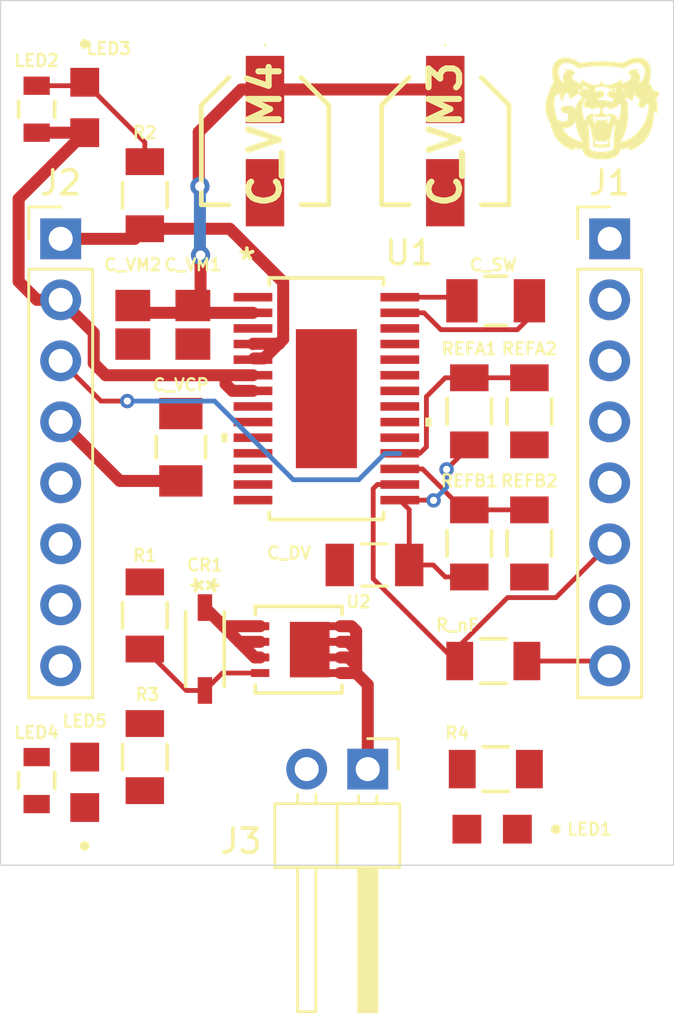
<source format=kicad_pcb>
(kicad_pcb (version 20240108) (generator "pcbnew") (generator_version "8.0")
  (layers (0 "F.Cu" signal) (31 "B.Cu" signal) (34 "B.Paste" user) (35 "F.Paste" user) (36 "B.SilkS" user "B.Silkscreen") (37 "F.SilkS" user "F.Silkscreen") (38 "B.Mask" user) (39 "F.Mask" user) (44 "Edge.Cuts" user))
  (net 0 "")
  (net 1 "VM")
  (net 2 "Net-(U2-G)")
  (net 3 "GND")
  (net 4 "DVDD")
  (net 5 "Net-(U1-CPL)")
  (net 6 "Net-(U1-CPH)")
  (net 7 "Net-(U1-VCP)")
  (net 8 "NSLEEP")
  (net 9 "BPH")
  (net 10 "NFAULT")
  (net 11 "+3V3")
  (net 12 "APH")
  (net 13 "AEN")
  (net 14 "BEN")
  (net 15 "AOUT1")
  (net 16 "AOUT2")
  (net 17 "BOUT1")
  (net 18 "VREFB")
  (net 19 "BOUT2")
  (net 20 "VREFA")
  (net 21 "VIN")
  (net 22 "Net-(LED1-Pad1)")
  (net 23 "Net-(LED2-Pad2)")
  (net 24 "Net-(LED4-Pad2)")
  (footprint "APHCM2012SURCK_F01:LED_APHCM2012SURCK-F01" (layer "F.Cu") (at 53.5 82.55 90)
    (property "Reference" "LED5" (at 2.55 0 180) (layer "F.SilkS") (effects (font (size 0.5 0.5) (thickness 0.1) (bold yes))))
    (property "Value" "RED")
    (pad "1" smd rect (at -1.05 0 90) (size 1.2 1.2) (layers "F.Cu" "F.Paste" "F.Mask") (net 24 "Net-(LED4-Pad2)"))
    (pad "2" smd rect (at 1.05 0 90) (size 1.2 1.2) (layers "F.Cu" "F.Paste" "F.Mask") (net 19 "BOUT2"))
  )
  (footprint "APHCM2012CGCK_F01:LED_APHCM2012CGCK-F01_KNB" (layer "F.Cu") (at 51.5 54.5221 90)
    (property "Reference" "LED2" (at 2.0221 0 0) (layer "F.SilkS") (effects (font (size 0.5 0.5) (thickness 0.1) (bold yes))))
    (property "Value" "GRN")
    (pad "1" smd rect (at -0.9779 0 90) (size 0.762 1.0922) (layers "F.Cu" "F.Paste" "F.Mask") (net 16 "AOUT2"))
    (pad "2" smd rect (at 0.9779 0 90) (size 0.762 1.0922) (layers "F.Cu" "F.Paste" "F.Mask") (net 23 "Net-(LED2-Pad2)"))
  )
  (footprint "RC1206FR_0716KL:RC1206N_YAG" (layer "F.Cu") (at 72 67.103 -90)
    (property "Reference" "REFA2" (at -2.603 0 0) (layer "F.SilkS") (effects (font (size 0.5 0.5) (thickness 0.1) (bold yes))))
    (property "Value" "16k")
    (pad "1" smd rect (at -1.397 0 270) (size 1.1176 1.6002) (layers "F.Cu" "F.Paste" "F.Mask") (net 20 "VREFA"))
    (pad "2" smd rect (at 1.397 0 270) (size 1.1176 1.6002) (layers "F.Cu" "F.Paste" "F.Mask") (net 3 "GND"))
  )
  (footprint "APHCM2012SURCK_F01:LED_APHCM2012SURCK-F01" (layer "F.Cu") (at 53.5 54.45 -90)
    (property "Reference" "LED3" (at -2.45 -1 0) (layer "F.SilkS") (effects (font (size 0.5 0.5) (thickness 0.1) (bold yes))))
    (property "Value" "RED")
    (pad "1" smd rect (at -1.05 0 270) (size 1.2 1.2) (layers "F.Cu" "F.Paste" "F.Mask") (net 23 "Net-(LED2-Pad2)"))
    (pad "2" smd rect (at 1.05 0 270) (size 1.2 1.2) (layers "F.Cu" "F.Paste" "F.Mask") (net 16 "AOUT2"))
  )
  (footprint "Connector_PinHeader_2.54mm:PinHeader_1x08_P2.54mm_Vertical" (layer "F.Cu") (at 75.34 59.92)
    (property "Reference" "J1" (at 0 -2.33 0) (layer "F.SilkS"))
    (property "Value" "Input_01x08")
    (pad "1" thru_hole rect (at 0 0) (size 1.7 1.7) (drill 1) (layers "*.Cu" "*.Mask") (net 8 "NSLEEP"))
    (pad "2" thru_hole oval (at 0 2.54) (size 1.7 1.7) (drill 1) (layers "*.Cu" "*.Mask") (net 13 "AEN"))
    (pad "3" thru_hole oval (at 0 5.08) (size 1.7 1.7) (drill 1) (layers "*.Cu" "*.Mask") (net 12 "APH"))
    (pad "4" thru_hole oval (at 0 7.62) (size 1.7 1.7) (drill 1) (layers "*.Cu" "*.Mask") (net 14 "BEN"))
    (pad "5" thru_hole oval (at 0 10.16) (size 1.7 1.7) (drill 1) (layers "*.Cu" "*.Mask") (net 9 "BPH"))
    (pad "6" thru_hole oval (at 0 12.7) (size 1.7 1.7) (drill 1) (layers "*.Cu" "*.Mask") (net 10 "NFAULT"))
    (pad "7" thru_hole oval (at 0 15.24) (size 1.7 1.7) (drill 1) (layers "*.Cu" "*.Mask") (net 3 "GND"))
    (pad "8" thru_hole oval (at 0 17.78) (size 1.7 1.7) (drill 1) (layers "*.Cu" "*.Mask") (net 11 "+3V3"))
  )
  (footprint "C0805C103K8RACTU:CAPC220145_88N_KEM" (layer "F.Cu") (at 55.5 63.5 -90)
    (property "Reference" "C_VM2" (at -2.5 0 0) (layer "F.SilkS") (effects (font (size 0.5 0.5) (thickness 0.1) (bold yes))))
    (property "Value" "0.01uF" (hide yes))
    (pad "1" smd rect (at -0.802799 0 270) (size 1.305598 1.449997) (layers "F.Cu" "F.Paste" "F.Mask") (net 1 "VM"))
    (pad "2" smd rect (at 0.802799 0 270) (size 1.305598 1.449997) (layers "F.Cu" "F.Paste" "F.Mask") (net 3 "GND"))
  )
  (footprint "C1206C224K4RACTU:CAPC340180_100N_KEM" (layer "F.Cu") (at 57.5 68.5972 -90)
    (property "Reference" "C_VCP" (at -2.597202 0 0) (layer "F.SilkS") (effects (font (size 0.5 0.5) (thickness 0.1) (bold yes))))
    (property "Value" "0.22uF")
    (pad "1" smd rect (at -1.402798 0 270) (size 1.305598 1.799996) (layers "F.Cu" "F.Paste" "F.Mask") (net 7 "Net-(U1-VCP)"))
    (pad "2" smd rect (at 1.402798 0 270) (size 1.305598 1.799996) (layers "F.Cu" "F.Paste" "F.Mask") (net 1 "VM"))
  )
  (footprint "DMP4013LFG_7:SON8_DMP4013LFG-7_DIO" (layer "F.Cu") (at 62.3998 77.025)
    (property "Reference" "U2" (at 2.4972 -1.9934 0) (layer "F.SilkS") (effects (font (size 0.5 0.5) (thickness 0.1) (bold yes))))
    (property "Value" "DMP4013LFG-7")
    (fp_poly (pts (xy 1.28651 -1.1557) (xy 1.28651 1.1557) (xy -0.36449 1.1557) (xy -0.36449 -1.1557)) (fill solid) (layer "F.Cu"))
    (pad "1" smd rect (at -1.6002 -0.974999) (size 0.762 0.3302) (layers "F.Cu" "F.Paste" "F.Mask") (net 1 "VM"))
    (pad "2" smd rect (at -1.6002 -0.325001) (size 0.762 0.3302) (layers "F.Cu" "F.Paste" "F.Mask") (net 1 "VM"))
    (pad "3" smd rect (at -1.6002 0.325001) (size 0.762 0.3302) (layers "F.Cu" "F.Paste" "F.Mask") (net 1 "VM"))
    (pad "4" smd rect (at -1.6002 0.974999) (size 0.762 0.3302) (layers "F.Cu" "F.Paste" "F.Mask") (net 2 "Net-(U2-G)"))
    (pad "5" smd rect (at 1.6002 0.974999) (size 0.762 0.3302) (layers "F.Cu" "F.Paste" "F.Mask") (net 21 "VIN"))
    (pad "6" smd rect (at 1.6002 0.325001) (size 0.762 0.3302) (layers "F.Cu" "F.Paste" "F.Mask") (net 21 "VIN"))
    (pad "7" smd rect (at 1.6002 -0.325001) (size 0.762 0.3302) (layers "F.Cu" "F.Paste" "F.Mask") (net 21 "VIN"))
    (pad "8" smd rect (at 1.6002 -0.974999) (size 0.762 0.3302) (layers "F.Cu" "F.Paste" "F.Mask") (net 21 "VIN"))
  )
  (footprint "RC1206FR_0716KL:RC1206N_YAG" (layer "F.Cu") (at 72 72.603 -90)
    (property "Reference" "REFB2" (at -2.603 0 0) (layer "F.SilkS") (effects (font (size 0.5 0.5) (thickness 0.1) (bold yes))))
    (property "Value" "16k")
    (pad "1" smd rect (at -1.397 0 270) (size 1.1176 1.6002) (layers "F.Cu" "F.Paste" "F.Mask") (net 18 "VREFB"))
    (pad "2" smd rect (at 1.397 0 270) (size 1.1176 1.6002) (layers "F.Cu" "F.Paste" "F.Mask") (net 3 "GND"))
  )
  (footprint "RC1206FR_0710KL:RC1206N_YAG" (layer "F.Cu") (at 70.5 77.5 180)
    (property "Reference" "R_nF" (at 1.5 1.5 0) (layer "F.SilkS") (effects (font (size 0.5 0.5) (thickness 0.1) (bold yes))))
    (property "Value" "10k")
    (pad "1" smd rect (at -1.397 0 180) (size 1.1176 1.6002) (layers "F.Cu" "F.Paste" "F.Mask") (net 11 "+3V3"))
    (pad "2" smd rect (at 1.397 0 180) (size 1.1176 1.6002) (layers "F.Cu" "F.Paste" "F.Mask") (net 10 "NFAULT"))
  )
  (footprint "GRM319R71A105KA01D:CAPC3216X95N" (layer "F.Cu") (at 65.555 73.5 180)
    (property "Reference" "C_DV" (at 3.555 0.5 0) (layer "F.SilkS") (effects (font (size 0.5 0.5) (thickness 0.1) (bold yes))))
    (property "Value" "1uF")
    (pad "1" smd rect (at -1.445 0 180) (size 1.18 1.77) (layers "F.Cu" "F.Paste" "F.Mask") (net 4 "DVDD"))
    (pad "2" smd rect (at 1.445 0 180) (size 1.18 1.77) (layers "F.Cu" "F.Paste" "F.Mask") (net 3 "GND"))
  )
  (footprint "model_lib:bearhead" (layer "F.Cu") (at 75 54.5)
    (property "Reference" "G***" (at 0 0 0) (layer "F.SilkS") (effects (font (size 1.5 1.5) (thickness 0.3))))
    (property "Value" "LOGO" (hide yes))
  )
  (footprint "DRV8424EPWPR:HTSSOP28_PWP_TEX-M" (layer "F.Cu") (at 63.5544 66.5751)
    (property "Reference" "U1" (at 3.44565 -6.075063 0) (layer "F.SilkS"))
    (property "Value" "DRV8424EPWPR")
    (fp_text user "*" (at -3.30835 -5.723509 0) (layer "F.SilkS"))
    (fp_text user "*" (at -3.30835 -5.723509 0) (layer "F.SilkS"))
    (pad "1" smd rect (at -3.05435 -4.224909) (size 1.6129 0.3556) (layers "F.Cu" "F.Paste" "F.Mask") (net 7 "Net-(U1-VCP)"))
    (pad "2" smd rect (at -3.05435 -3.574923) (size 1.6129 0.3556) (layers "F.Cu" "F.Paste" "F.Mask") (net 1 "VM"))
    (pad "3" smd rect (at -3.05435 -2.924937) (size 1.6129 0.3556) (layers "F.Cu" "F.Paste" "F.Mask") (net 3 "GND"))
    (pad "4" smd rect (at -3.05435 -2.274951) (size 1.6129 0.3556) (layers "F.Cu" "F.Paste" "F.Mask") (net 15 "AOUT1"))
    (pad "5" smd rect (at -3.05435 -1.624965) (size 1.6129 0.3556) (layers "F.Cu" "F.Paste" "F.Mask") (net 15 "AOUT1"))
    (pad "6" smd rect (at -3.05435 -0.974979) (size 1.6129 0.3556) (layers "F.Cu" "F.Paste" "F.Mask") (net 16 "AOUT2"))
    (pad "7" smd rect (at -3.05435 -0.324993) (size 1.6129 0.3556) (layers "F.Cu" "F.Paste" "F.Mask") (net 16 "AOUT2"))
    (pad "8" smd rect (at -3.05435 0.324993) (size 1.6129 0.3556) (layers "F.Cu" "F.Paste" "F.Mask") (net 17 "BOUT1"))
    (pad "9" smd rect (at -3.05435 0.974979) (size 1.6129 0.3556) (layers "F.Cu" "F.Paste" "F.Mask") (net 17 "BOUT1"))
    (pad "10" smd rect (at -3.05435 1.624965) (size 1.6129 0.3556) (layers "F.Cu" "F.Paste" "F.Mask") (net 19 "BOUT2"))
    (pad "11" smd rect (at -3.05435 2.274951) (size 1.6129 0.3556) (layers "F.Cu" "F.Paste" "F.Mask") (net 19 "BOUT2"))
    (pad "12" smd rect (at -3.05435 2.924937) (size 1.6129 0.3556) (layers "F.Cu" "F.Paste" "F.Mask") (net 3 "GND"))
    (pad "13" smd rect (at -3.05435 3.574923) (size 1.6129 0.3556) (layers "F.Cu" "F.Paste" "F.Mask") (net 1 "VM"))
    (pad "14" smd rect (at -3.05435 4.224909) (size 1.6129 0.3556) (layers "F.Cu" "F.Paste" "F.Mask") (net 3 "GND"))
    (pad "15" smd rect (at 3.05435 4.224909) (size 1.6129 0.3556) (layers "F.Cu" "F.Paste" "F.Mask") (net 4 "DVDD"))
    (pad "16" smd rect (at 3.05435 3.574923) (size 1.6129 0.3556) (layers "F.Cu" "F.Paste" "F.Mask") (net 10 "NFAULT"))
    (pad "17" smd rect (at 3.05435 2.924937) (size 1.6129 0.3556) (layers "F.Cu" "F.Paste" "F.Mask") (net 18 "VREFB"))
    (pad "18" smd rect (at 3.05435 2.274951) (size 1.6129 0.3556) (layers "F.Cu" "F.Paste" "F.Mask") (net 20 "VREFA"))
    (pad "19" smd rect (at 3.05435 1.624965) (size 1.6129 0.3556) (layers "F.Cu" "F.Paste" "F.Mask") (net 3 "GND"))
    (pad "20" smd rect (at 3.05435 0.974979) (size 1.6129 0.3556) (layers "F.Cu" "F.Paste" "F.Mask") (net 3 "GND"))
    (pad "21" smd rect (at 3.05435 0.324993) (size 1.6129 0.3556) (layers "F.Cu" "F.Paste" "F.Mask") (net 3 "GND"))
    (pad "22" smd rect (at 3.05435 -0.324993) (size 1.6129 0.3556) (layers "F.Cu" "F.Paste" "F.Mask") (net 9 "BPH"))
    (pad "23" smd rect (at 3.05435 -0.974979) (size 1.6129 0.3556) (layers "F.Cu" "F.Paste" "F.Mask") (net 14 "BEN"))
    (pad "24" smd rect (at 3.05435 -1.624965) (size 1.6129 0.3556) (layers "F.Cu" "F.Paste" "F.Mask") (net 12 "APH"))
    (pad "25" smd rect (at 3.05435 -2.274951) (size 1.6129 0.3556) (layers "F.Cu" "F.Paste" "F.Mask") (net 13 "AEN"))
    (pad "26" smd rect (at 3.05435 -2.924937) (size 1.6129 0.3556) (layers "F.Cu" "F.Paste" "F.Mask") (net 8 "NSLEEP"))
    (pad "27" smd rect (at 3.05435 -3.574923) (size 1.6129 0.3556) (layers "F.Cu" "F.Paste" "F.Mask") (net 5 "Net-(U1-CPL)"))
    (pad "28" smd rect (at 3.05435 -4.224909) (size 1.6129 0.3556) (layers "F.Cu" "F.Paste" "F.Mask") (net 6 "Net-(U1-CPH)"))
    (pad "EPAD" smd rect (at 0 0) (size 2.54 5.7912) (layers "F.Cu" "F.Mask"))
  )
  (footprint "APHCM2012CGCK_F01:LED_APHCM2012CGCK-F01_KNB" (layer "F.Cu") (at 51.5 82.4779 -90)
    (property "Reference" "LED4" (at -2 0 0) (layer "F.SilkS") (effects (font (size 0.5 0.5) (thickness 0.1) (bold yes))))
    (property "Value" "GRN")
    (pad "1" smd rect (at -0.9779 0 270) (size 0.762 1.0922) (layers "F.Cu" "F.Paste" "F.Mask") (net 19 "BOUT2"))
    (pad "2" smd rect (at 0.9779 0 270) (size 0.762 1.0922) (layers "F.Cu" "F.Paste" "F.Mask") (net 24 "Net-(LED4-Pad2)"))
  )
  (footprint "C0805C103K8RACTU:CAPC220145_88N_KEM" (layer "F.Cu") (at 58 63.5 -90)
    (property "Reference" "C_VM1" (at -2.5 0 0) (layer "F.SilkS") (effects (font (size 0.5 0.5) (thickness 0.1) (bold yes))))
    (property "Value" "0.01uF" (hide yes))
    (pad "1" smd rect (at -0.802799 0 270) (size 1.305598 1.449997) (layers "F.Cu" "F.Paste" "F.Mask") (net 1 "VM"))
    (pad "2" smd rect (at 0.802799 0 270) (size 1.305598 1.449997) (layers "F.Cu" "F.Paste" "F.Mask") (net 3 "GND"))
  )
  (footprint "RC1206FR_07100KL:RC1206N_YAG" (layer "F.Cu") (at 56 75.603 90)
    (property "Reference" "R1" (at 2.5 0 0) (layer "F.SilkS") (effects (font (size 0.5 0.5) (thickness 0.1) (bold yes))))
    (property "Value" "100k")
    (pad "1" smd rect (at -1.397 0 90) (size 1.1176 1.6002) (layers "F.Cu" "F.Paste" "F.Mask") (net 2 "Net-(U2-G)"))
    (pad "2" smd rect (at 1.397 0 90) (size 1.1176 1.6002) (layers "F.Cu" "F.Paste" "F.Mask") (net 3 "GND"))
  )
  (footprint "RC1206FR_0747KL:RC1206N_YAG" (layer "F.Cu") (at 69.5 67.103 90)
    (property "Reference" "REFA1" (at 2.603 0 0) (layer "F.SilkS") (effects (font (size 0.5 0.5) (thickness 0.1) (bold yes))))
    (property "Value" "47k")
    (pad "1" smd rect (at -1.397 0 90) (size 1.1176 1.6002) (layers "F.Cu" "F.Paste" "F.Mask") (net 4 "DVDD"))
    (pad "2" smd rect (at 1.397 0 90) (size 1.1176 1.6002) (layers "F.Cu" "F.Paste" "F.Mask") (net 20 "VREFA"))
  )
  (footprint "RC1206FR_07590RL:RC1206N_YAG" (layer "F.Cu") (at 56 81.5 -90)
    (property "Reference" "R3" (at -2.603 -0.103 0) (layer "F.SilkS") (effects (font (size 0.5 0.5) (thickness 0.1) (bold yes))))
    (property "Value" "590R")
    (pad "1" smd rect (at -1.397 0 270) (size 1.1176 1.6002) (layers "F.Cu" "F.Paste" "F.Mask") (net 17 "BOUT1"))
    (pad "2" smd rect (at 1.397 0 270) (size 1.1176 1.6002) (layers "F.Cu" "F.Paste" "F.Mask") (net 24 "Net-(LED4-Pad2)"))
  )
  (footprint "RC1206FR_07590RL:RC1206N_YAG" (layer "F.Cu") (at 56 58.103 90)
    (property "Reference" "R2" (at 2.603 0 0) (layer "F.SilkS") (effects (font (size 0.5 0.5) (thickness 0.1) (bold yes))))
    (property "Value" "590R")
    (pad "1" smd rect (at -1.397 0 90) (size 1.1176 1.6002) (layers "F.Cu" "F.Paste" "F.Mask") (net 15 "AOUT1"))
    (pad "2" smd rect (at 1.397 0 90) (size 1.1176 1.6002) (layers "F.Cu" "F.Paste" "F.Mask") (net 23 "Net-(LED2-Pad2)"))
  )
  (footprint "RC1206FR_07590RL:RC1206N_YAG" (layer "F.Cu") (at 70.603 82 180)
    (property "Reference" "R4" (at 1.603 1.5 0) (layer "F.SilkS") (effects (font (size 0.5 0.5) (thickness 0.1))))
    (property "Value" "590R")
    (pad "1" smd rect (at -1.397 0 180) (size 1.1176 1.6002) (layers "F.Cu" "F.Paste" "F.Mask") (net 22 "Net-(LED1-Pad1)"))
    (pad "2" smd rect (at 1.397 0 180) (size 1.1176 1.6002) (layers "F.Cu" "F.Paste" "F.Mask") (net 3 "GND"))
  )
  (footprint "APHCM2012SYCK_F01:LED_APHCM2012SYCK-F01" (layer "F.Cu") (at 70.45 84.5 180)
    (property "Reference" "LED1" (at -4.05 0 0) (layer "F.SilkS") (effects (font (size 0.5 0.5) (thickness 0.1))))
    (property "Value" "YLW")
    (pad "1" smd rect (at -1.05 0 180) (size 1.2 1.2) (layers "F.Cu" "F.Paste" "F.Mask") (net 22 "Net-(LED1-Pad1)"))
    (pad "2" smd rect (at 1.05 0 180) (size 1.2 1.2) (layers "F.Cu" "F.Paste" "F.Mask") (net 1 "VM"))
  )
  (footprint "Connector_PinHeader_2.54mm:PinHeader_1x08_P2.54mm_Vertical" (layer "F.Cu") (at 52.5 59.92)
    (property "Reference" "J2" (at 0 -2.33 0) (layer "F.SilkS"))
    (property "Value" "Output_01x08")
    (pad "1" thru_hole rect (at 0 0) (size 1.7 1.7) (drill 1) (layers "*.Cu" "*.Mask") (net 15 "AOUT1"))
    (pad "2" thru_hole oval (at 0 2.54) (size 1.7 1.7) (drill 1) (layers "*.Cu" "*.Mask") (net 16 "AOUT2"))
    (pad "3" thru_hole oval (at 0 5.08) (size 1.7 1.7) (drill 1) (layers "*.Cu" "*.Mask") (net 20 "VREFA"))
    (pad "4" thru_hole oval (at 0 7.62) (size 1.7 1.7) (drill 1) (layers "*.Cu" "*.Mask") (net 1 "VM"))
    (pad "5" thru_hole oval (at 0 10.16) (size 1.7 1.7) (drill 1) (layers "*.Cu" "*.Mask") (net 3 "GND"))
    (pad "6" thru_hole oval (at 0 12.7) (size 1.7 1.7) (drill 1) (layers "*.Cu" "*.Mask") (net 18 "VREFB"))
    (pad "7" thru_hole oval (at 0 15.24) (size 1.7 1.7) (drill 1) (layers "*.Cu" "*.Mask") (net 17 "BOUT1"))
    (pad "8" thru_hole oval (at 0 17.78) (size 1.7 1.7) (drill 1) (layers "*.Cu" "*.Mask") (net 19 "BOUT2"))
  )
  (footprint "C1206C223J8RACTU:CAPC340180_88N_KEM" (layer "F.Cu") (at 70.5972 62.5)
    (property "Reference" "C_SW" (at -0.097202 -1.5 0) (layer "F.SilkS") (effects (font (size 0.5 0.5) (thickness 0.1) (bold yes))))
    (property "Value" "0.022uF")
    (pad "1" smd rect (at -1.402798 0) (size 1.305598 1.799996) (layers "F.Cu" "F.Paste" "F.Mask") (net 6 "Net-(U1-CPH)"))
    (pad "2" smd rect (at 1.402798 0) (size 1.305598 1.799996) (layers "F.Cu" "F.Paste" "F.Mask") (net 5 "Net-(U1-CPL)"))
  )
  (footprint "Connector_PinHeader_2.54mm:PinHeader_1x02_P2.54mm_Horizontal" (layer "F.Cu") (at 65.275 82 -90)
    (property "Reference" "J3" (at 3 5.275 180) (layer "F.SilkS"))
    (property "Value" "POW_01x02")
    (pad "1" thru_hole rect (at 0 0 270) (size 1.7 1.7) (drill 1) (layers "*.Cu" "*.Mask") (net 21 "VIN"))
    (pad "2" thru_hole oval (at 0 2.54 270) (size 1.7 1.7) (drill 1) (layers "*.Cu" "*.Mask") (net 3 "GND"))
  )
  (footprint "RC1206FR_0747KL:RC1206N_YAG" (layer "F.Cu") (at 69.5 72.603 90)
    (property "Reference" "REFB1" (at 2.603 0 0) (layer "F.SilkS") (effects (font (size 0.5 0.5) (thickness 0.1) (bold yes))))
    (property "Value" "47k")
    (pad "1" smd rect (at -1.397 0 90) (size 1.1176 1.6002) (layers "F.Cu" "F.Paste" "F.Mask") (net 4 "DVDD"))
    (pad "2" smd rect (at 1.397 0 90) (size 1.1176 1.6002) (layers "F.Cu" "F.Paste" "F.Mask") (net 18 "VREFB"))
  )
  (footprint "EEE-1AA101WR:EEE0GA101SR" (layer "F.Cu") (at 61 55.85 -90)
    (property "Reference" "C_VM4" (at -0.275 0 90) (layer "F.SilkS") (effects (font (size 1.27 1.27) (thickness 0.254))))
    (property "Value" "100uF" (hide yes))
    (pad "1" smd rect (at -2.15 0) (size 1.6 2.8) (layers "F.Cu" "F.Paste" "F.Mask") (net 1 "VM"))
    (pad "2" smd rect (at 2.15 0) (size 1.6 2.8) (layers "F.Cu" "F.Paste" "F.Mask") (net 3 "GND"))
  )
  (footprint "MMSZ5245B_7_F:SOD123_DIO" (layer "F.Cu") (at 58.5 77 -90)
    (property "Reference" "CR1" (at -3.5 0 0) (layer "F.SilkS") (effects (font (size 0.5 0.5) (thickness 0.1) (bold yes))))
    (property "Value" "15V")
    (fp_text user "*" (at -2.6616 0 -90) (layer "F.SilkS"))
    (fp_text user "*" (at -2.6616 0 90) (layer "F.SilkS"))
    (pad "1" smd rect (at -1.725 0 270) (size 1.1112 0.6008) (layers "F.Cu" "F.Paste" "F.Mask") (net 1 "VM"))
    (pad "2" smd rect (at 1.725 0 270) (size 1.1112 0.6008) (layers "F.Cu" "F.Paste" "F.Mask") (net 2 "Net-(U2-G)"))
  )
  (footprint "EEE-1AA101WR:EEE0GA101SR" (layer "F.Cu") (at 68.5 55.85 -90)
    (property "Reference" "C_VM3" (at -0.275 0 90) (layer "F.SilkS") (effects (font (size 1.27 1.27) (thickness 0.254))))
    (property "Value" "100uF" (hide yes))
    (pad "1" smd rect (at -2.15 0) (size 1.6 2.8) (layers "F.Cu" "F.Paste" "F.Mask") (net 1 "VM"))
    (pad "2" smd rect (at 2.15 0) (size 1.6 2.8) (layers "F.Cu" "F.Paste" "F.Mask") (net 3 "GND"))
  )
  (gr_rect (start 50 50) (end 78 86) (stroke (width 0.05)) (fill none) (layer "Edge.Cuts"))
  (segment (start 60.7996 76.050001) (end 59.275001 76.050001) (width 0.5) (layer "F.Cu") (net 1))
  (segment (start 60.50005 63.000177) (end 58.302976 63.000177) (width 0.5) (layer "F.Cu") (net 1))
  (segment (start 58.3184 62.378801) (end 58 62.697201) (width 0.5) (layer "F.Cu") (net 1))
  (segment (start 54.959998 69.999998) (end 57.5 69.999998) (width 0.5) (layer "F.Cu") (net 1))
  (segment (start 58.2422 55.4736) (end 58.2422 57.6834) (width 0.5) (layer "F.Cu") (net 1))
  (segment (start 59.275001 76.050001) (end 58.5 75.275) (width 0.5) (layer "F.Cu") (net 1))
  (segment (start 61 53.7) (end 60.0158 53.7) (width 0.5) (layer "F.Cu") (net 1))
  (segment (start 60.575001 77.350001) (end 59.924999 76.699999) (width 0.5) (layer "F.Cu") (net 1))
  (segment (start 60.7996 77.350001) (end 60.575001 77.350001) (width 0.5) (layer "F.Cu") (net 1))
  (segment (start 52.5 67.54) (end 54.959998 69.999998) (width 0.5) (layer "F.Cu") (net 1))
  (segment (start 58.3184 60.6044) (end 58.3184 62.378801) (width 0.5) (layer "F.Cu") (net 1))
  (segment (start 60.0158 53.7) (end 58.2422 55.4736) (width 0.5) (layer "F.Cu") (net 1))
  (segment (start 60.50005 63.000177) (end 55.802976 63.000177) (width 0.5) (layer "F.Cu") (net 1))
  (segment (start 55.802976 63.000177) (end 55.5 62.697201) (width 0.5) (layer "F.Cu") (net 1))
  (segment (start 59.924999 76.699999) (end 59.275001 76.050001) (width 0.5) (layer "F.Cu") (net 1))
  (segment (start 58.2422 57.6834) (end 58.293 57.7342) (width 0.5) (layer "F.Cu") (net 1))
  (segment (start 60.7996 76.699999) (end 59.924999 76.699999) (width 0.5) (layer "F.Cu") (net 1))
  (segment (start 68.5 53.7) (end 61 53.7) (width 0.5) (layer "F.Cu") (net 1))
  (segment (start 58.302976 63.000177) (end 58 62.697201) (width 0.5) (layer "F.Cu") (net 1))
  (via (at 58.3184 60.6044) (size 0.8) (drill 0.4) (layers "F.Cu" "B.Cu") (net 1))
  (via (at 58.293 57.7342) (size 0.8) (drill 0.4) (layers "F.Cu" "B.Cu") (net 1))
  (segment (start 58.293 60.579) (end 58.3184 60.6044) (width 0.5) (layer "B.Cu") (net 1))
  (segment (start 58.293 57.7342) (end 58.293 60.579) (width 0.5) (layer "B.Cu") (net 1))
  (segment (start 57.725 78.725) (end 56 77) (width 0.2) (layer "F.Cu") (net 2))
  (segment (start 58.5 78.725) (end 57.725 78.725) (width 0.2) (layer "F.Cu") (net 2))
  (segment (start 59.225001 77.999999) (end 58.5 78.725) (width 0.2) (layer "F.Cu") (net 2))
  (segment (start 60.7996 77.999999) (end 59.225001 77.999999) (width 0.2) (layer "F.Cu") (net 2))
  (segment (start 69.5 68.5744) (end 68.5546 69.5198) (width 0.2) (layer "F.Cu") (net 4))
  (segment (start 67 71.191259) (end 66.60875 70.800009) (width 0.2) (layer "F.Cu") (net 4))
  (segment (start 67 73.5) (end 67 71.191259) (width 0.2) (layer "F.Cu") (net 4))
  (segment (start 69.5 74) (end 68.4999 74) (width 0.2) (layer "F.Cu") (net 4))
  (segment (start 68.4999 74) (end 67.9999 73.5) (width 0.2) (layer "F.Cu") (net 4))
  (segment (start 67.9999 73.5) (end 67 73.5) (width 0.2) (layer "F.Cu") (net 4))
  (segment (start 68.014393 70.810222) (end 68.00418 70.800009) (width 0.2) (layer "F.Cu") (net 4))
  (segment (start 68.00418 70.800009) (end 66.60875 70.800009) (width 0.2) (layer "F.Cu") (net 4))
  (segment (start 69.5 68.5) (end 69.5 68.5744) (width 0.2) (layer "F.Cu") (net 4))
  (via (at 68.5546 69.5198) (size 0.6) (drill 0.3) (layers "F.Cu" "B.Cu") (net 4))
  (via (at 68.014393 70.810222) (size 0.6) (drill 0.3) (layers "F.Cu" "B.Cu") (net 4))
  (segment (start 68.014393 70.810222) (end 68.5546 70.270015) (width 0.2) (layer "B.Cu") (net 4))
  (segment (start 68.5546 70.270015) (end 68.5546 69.5198) (width 0.2) (layer "B.Cu") (net 4))
  (segment (start 66.60875 63.000177) (end 67.6152 63.000177) (width 0.2) (layer "F.Cu") (net 5))
  (segment (start 68.318223 63.7032) (end 71.501 63.7032) (width 0.2) (layer "F.Cu") (net 5))
  (segment (start 67.6152 63.000177) (end 68.318223 63.7032) (width 0.2) (layer "F.Cu") (net 5))
  (segment (start 71.999998 63.204202) (end 71.999998 62.5) (width 0.2) (layer "F.Cu") (net 5))
  (segment (start 71.501 63.7032) (end 71.999998 63.204202) (width 0.2) (layer "F.Cu") (net 5))
  (segment (start 69.044593 62.350191) (end 69.194402 62.5) (width 0.2) (layer "F.Cu") (net 6))
  (segment (start 66.60875 62.350191) (end 69.044593 62.350191) (width 0.2) (layer "F.Cu") (net 6))
  (segment (start 69.103 77.5) (end 68.925 77.5) (width 0.2) (layer "F.Cu") (net 10))
  (segment (start 75.34 72.62) (end 73.1012 74.8588) (width 0.2) (layer "F.Cu") (net 10))
  (segment (start 71.0896 74.8588) (end 69.103 76.8454) (width 0.2) (layer "F.Cu") (net 10))
  (segment (start 65.5023 74.0773) (end 65.5023 70.322209) (width 0.2) (layer "F.Cu") (net 10))
  (segment (start 65.674486 70.150023) (end 66.60875 70.150023) (width 0.2) (layer "F.Cu") (net 10))
  (segment (start 65.5023 70.322209) (end 65.674486 70.150023) (width 0.2) (layer "F.Cu") (net 10))
  (segment (start 68.925 77.5) (end 65.5023 74.0773) (width 0.2) (layer "F.Cu") (net 10))
  (segment (start 73.1012 74.8588) (end 71.0896 74.8588) (width 0.2) (layer "F.Cu") (net 10))
  (segment (start 69.103 76.8454) (end 69.103 77.5) (width 0.2) (layer "F.Cu") (net 10))
  (segment (start 75.14 77.5) (end 75.34 77.7) (width 0.2) (layer "F.Cu") (net 11))
  (segment (start 71.897 77.5) (end 75.14 77.5) (width 0.2) (layer "F.Cu") (net 11))
  (segment (start 52.5 59.92) (end 55.58 59.92) (width 0.5) (layer "F.Cu") (net 15))
  (segment (start 55.58 59.92) (end 56 59.5) (width 0.5) (layer "F.Cu") (net 15))
  (segment (start 60.956879 64.900121) (end 60.550064 64.900121) (width 0.5) (layer "F.Cu") (net 15))
  (segment (start 56 59.5) (end 59.534109 59.5) (width 0.5) (layer "F.Cu") (net 15))
  (segment (start 61.7565 64.1005) (end 61.595 64.262) (width 0.5) (layer "F.Cu") (net 15))
  (segment (start 61.7565 61.722391) (end 61.7565 64.1005) (width 0.5) (layer "F.Cu") (net 15))
  (segment (start 61.7565 64.1005) (end 60.956879 64.900121) (width 0.5) (layer "F.Cu") (net 15))
  (segment (start 61.595 64.2874) (end 60.512799 64.2874) (width 0.5) (layer "F.Cu") (net 15))
  (segment (start 59.534109 59.5) (end 61.7565 61.722391) (width 0.5) (layer "F.Cu") (net 15))
  (segment (start 61.595 64.262) (end 61.595 64.2874) (width 0.5) (layer "F.Cu") (net 15))
  (segment (start 60.512799 64.2874) (end 60.50005 64.300149) (width 0.5) (layer "F.Cu") (net 15))
  (segment (start 59.3598 65.9638) (end 59.646107 66.250107) (width 0.5) (layer "F.Cu") (net 16))
  (segment (start 50.75 58.25) (end 50.75 61.6974) (width 0.5) (layer "F.Cu") (net 16))
  (segment (start 53.8734 65.1002) (end 54.373321 65.600121) (width 0.5) (layer "F.Cu") (net 16))
  (segment (start 59.3598 65.600121) (end 60.50005 65.600121) (width 0.5) (layer "F.Cu") (net 16))
  (segment (start 53.8734 63.8334) (end 53.8734 65.1002) (width 0.5) (layer "F.Cu") (net 16))
  (segment (start 54.373321 65.600121) (end 59.3598 65.600121) (width 0.5) (layer "F.Cu") (net 16))
  (segment (start 50.75 61.6974) (end 51.5126 62.46) (width 0.5) (layer "F.Cu") (net 16))
  (segment (start 59.646107 66.250107) (end 60.50005 66.250107) (width 0.5) (layer "F.Cu") (net 16))
  (segment (start 51.5 55.5) (end 53.5 55.5) (width 0.5) (layer "F.Cu") (net 16))
  (segment (start 59.3598 65.600121) (end 59.3598 65.9638) (width 0.5) (layer "F.Cu") (net 16))
  (segment (start 52.5 62.46) (end 53.8734 63.8334) (width 0.5) (layer "F.Cu") (net 16))
  (segment (start 51.5126 62.46) (end 52.5 62.46) (width 0.5) (layer "F.Cu") (net 16))
  (segment (start 53.5 55.5) (end 50.75 58.25) (width 0.5) (layer "F.Cu") (net 16))
  (segment (start 69.5 71.206) (end 69.2587 71.206) (width 0.2) (layer "F.Cu") (net 18))
  (segment (start 67.552737 69.500037) (end 66.60875 69.500037) (width 0.2) (layer "F.Cu") (net 18))
  (segment (start 69.2587 71.206) (end 67.552737 69.500037) (width 0.2) (layer "F.Cu") (net 18))
  (segment (start 72 71.206) (end 69.5 71.206) (width 0.2) (layer "F.Cu") (net 18))
  (segment (start 69.5 65.706) (end 68.4999 65.706) (width 0.2) (layer "F.Cu") (net 20))
  (segment (start 68.4999 65.706) (end 67.7152 66.4907) (width 0.2) (layer "F.Cu") (net 20))
  (segment (start 67.7152 68.5812) (end 67.446349 68.850051) (width 0.2) (layer "F.Cu") (net 20))
  (segment (start 54.175 66.675) (end 55.2704 66.675) (width 0.2) (layer "F.Cu") (net 20))
  (segment (start 52.5 65) (end 54.175 66.675) (width 0.2) (layer "F.Cu") (net 20))
  (segment (start 67.446349 68.850051) (end 66.60875 68.850051) (width 0.2) (layer "F.Cu") (net 20))
  (segment (start 72 65.706) (end 69.5 65.706) (width 0.2) (layer "F.Cu") (net 20))
  (segment (start 67.7152 66.4907) (end 67.7152 68.5812) (width 0.2) (layer "F.Cu") (net 20))
  (via (at 55.2704 66.675) (size 0.6) (drill 0.3) (layers "F.Cu" "B.Cu") (net 20))
  (segment (start 64.897 69.9516) (end 64.9732 69.8754) (width 0.2) (layer "B.Cu") (net 20))
  (segment (start 58.9026 66.675) (end 62.1792 69.9516) (width 0.2) (layer "B.Cu") (net 20))
  (segment (start 64.9732 69.8754) (end 65.9892 68.8594) (width 0.2) (layer "B.Cu") (net 20))
  (segment (start 62.1792 69.9516) (end 64.897 69.9516) (width 0.2) (layer "B.Cu") (net 20))
  (segment (start 65.9892 68.8594) (end 66.5988 68.8594) (width 0.2) (layer "B.Cu") (net 20))
  (segment (start 55.2704 66.675) (end 58.9026 66.675) (width 0.2) (layer "B.Cu") (net 20))
  (segment (start 64.791999 77.999999) (end 64.791999 77.669799) (width 0.5) (layer "F.Cu") (net 21))
  (segment (start 64.791999 77.999999) (end 64.13631 77.999999) (width 0.5) (layer "F.Cu") (net 21))
  (segment (start 64.457199 76.699999) (end 64.13631 76.699999) (width 0.5) (layer "F.Cu") (net 21))
  (segment (start 64.791999 76.247399) (end 64.594601 76.050001) (width 0.5) (layer "F.Cu") (net 21))
  (segment (start 65.275 82) (end 65.275 78.483) (width 0.5) (layer "F.Cu") (net 21))
  (segment (start 64.791999 77.669799) (end 64.791999 77.034799) (width 0.5) (layer "F.Cu") (net 21))
  (segment (start 64.791999 77.669799) (end 64.472201 77.350001) (width 0.5) (layer "F.Cu") (net 21))
  (segment (start 64.594601 76.050001) (end 64.13631 76.050001) (width 0.5) (layer "F.Cu") (net 21))
  (segment (start 65.275 78.483) (end 64.791999 77.999999) (width 0.5) (layer "F.Cu") (net 21))
  (segment (start 64.791999 77.034799) (end 64.457199 76.699999) (width 0.5) (layer "F.Cu") (net 21))
  (segment (start 64.472201 77.350001) (end 64.13631 77.350001) (width 0.5) (layer "F.Cu") (net 21))
  (segment (start 64.791999 77.034799) (end 64.791999 76.247399) (width 0.5) (layer "F.Cu") (net 21))
  (segment (start 53.407 53.4) (end 53.2628 53.5442) (width 0.2) (layer "F.Cu") (net 23))
  (segment (start 53.2628 53.5442) (end 51.5 53.5442) (width 0.2) (layer "F.Cu") (net 23))
  (segment (start 53.5 53.4) (end 53.407 53.4) (width 0.2) (layer "F.Cu") (net 23))
  (segment (start 56 56.706) (end 56 55.9) (width 0.2) (layer "F.Cu") (net 23))
  (segment (start 56 55.9) (end 53.5 53.4) (width 0.2) (layer "F.Cu") (net 23))
)
</source>
